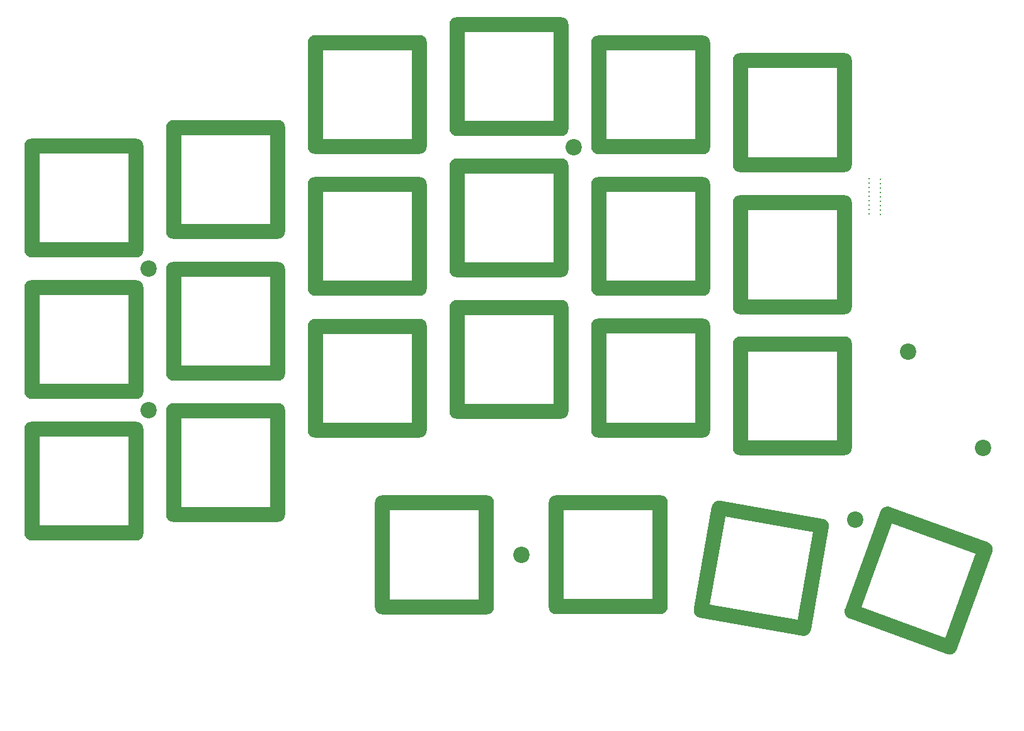
<source format=gbr>
%TF.GenerationSoftware,KiCad,Pcbnew,(5.1.10)-1*%
%TF.CreationDate,2021-08-29T08:27:15+09:00*%
%TF.ProjectId,top_pcb,746f705f-7063-4622-9e6b-696361645f70,rev?*%
%TF.SameCoordinates,Original*%
%TF.FileFunction,Soldermask,Bot*%
%TF.FilePolarity,Negative*%
%FSLAX46Y46*%
G04 Gerber Fmt 4.6, Leading zero omitted, Abs format (unit mm)*
G04 Created by KiCad (PCBNEW (5.1.10)-1) date 2021-08-29 08:27:15*
%MOMM*%
%LPD*%
G01*
G04 APERTURE LIST*
%ADD10O,16.000000X2.000000*%
%ADD11O,2.000000X16.000000*%
%ADD12C,0.300000*%
%ADD13C,2.200000*%
G04 APERTURE END LIST*
D10*
%TO.C,SW7*%
X65227200Y-35092400D03*
X65227200Y-21092400D03*
D11*
X72227200Y-28092400D03*
X58227200Y-28092400D03*
%TD*%
D12*
%TO.C,REF\u002A\u002A*%
X134180000Y-41840000D03*
X134180000Y-41246250D03*
X134180000Y-40652500D03*
X134180000Y-40058750D03*
X134180000Y-39465000D03*
X134180000Y-43621250D03*
X134180000Y-42433750D03*
X134180000Y-44215000D03*
X134180000Y-43027500D03*
%TD*%
%TO.C,REF\u002A\u002A*%
X132720000Y-42987500D03*
X132720000Y-44175000D03*
X132720000Y-42393750D03*
X132720000Y-43581250D03*
X132720000Y-39425000D03*
X132720000Y-40018750D03*
X132720000Y-40612500D03*
X132720000Y-41206250D03*
X132720000Y-41800000D03*
%TD*%
D13*
%TO.C,Ref\u002A\u002A*%
X148030000Y-75620000D03*
%TD*%
%TO.C,Ref\u002A\u002A*%
X137920000Y-62710000D03*
%TD*%
%TO.C,Ref4\u002A\u002A*%
X85979000Y-90017600D03*
%TD*%
%TO.C,Ref3\u002A\u002A*%
X130784200Y-85344000D03*
%TD*%
%TO.C,Ref7\u002A\u002A*%
X92960200Y-35179000D03*
%TD*%
%TO.C,Ref5\u002A\u002A*%
X35810200Y-70586600D03*
%TD*%
%TO.C,Ref6\u002A\u002A*%
X35835600Y-51562000D03*
%TD*%
D10*
%TO.C,SW10*%
X74244200Y-83042600D03*
X74244200Y-97042600D03*
D11*
X67244200Y-90042600D03*
X81244200Y-90042600D03*
%TD*%
%TO.C,SW22*%
G36*
G01*
X129432518Y-97339287D02*
X134220800Y-84183591D01*
G75*
G02*
X135502513Y-83585918I939693J-342020D01*
G01*
X135502513Y-83585918D01*
G75*
G02*
X136100186Y-84867631I-342020J-939693D01*
G01*
X131311904Y-98023327D01*
G75*
G02*
X130030191Y-98621000I-939693J342020D01*
G01*
X130030191Y-98621000D01*
G75*
G02*
X129432518Y-97339287I342020J939693D01*
G01*
G37*
G36*
G01*
X142588214Y-102127569D02*
X147376496Y-88971873D01*
G75*
G02*
X148658209Y-88374200I939693J-342020D01*
G01*
X148658209Y-88374200D01*
G75*
G02*
X149255882Y-89655913I-342020J-939693D01*
G01*
X144467600Y-102811609D01*
G75*
G02*
X143185887Y-103409282I-939693J342020D01*
G01*
X143185887Y-103409282D01*
G75*
G02*
X142588214Y-102127569I342020J939693D01*
G01*
G37*
G36*
G01*
X130714231Y-96741614D02*
X143869927Y-101529896D01*
G75*
G02*
X144467600Y-102811609I-342020J-939693D01*
G01*
X144467600Y-102811609D01*
G75*
G02*
X143185887Y-103409282I-939693J342020D01*
G01*
X130030191Y-98621000D01*
G75*
G02*
X129432518Y-97339287I342020J939693D01*
G01*
X129432518Y-97339287D01*
G75*
G02*
X130714231Y-96741614I939693J-342020D01*
G01*
G37*
G36*
G01*
X135502513Y-83585918D02*
X148658209Y-88374200D01*
G75*
G02*
X149255882Y-89655913I-342020J-939693D01*
G01*
X149255882Y-89655913D01*
G75*
G02*
X147974169Y-90253586I-939693J342020D01*
G01*
X134818473Y-85465304D01*
G75*
G02*
X134220800Y-84183591I342020J939693D01*
G01*
X134220800Y-84183591D01*
G75*
G02*
X135502513Y-83585918I939693J-342020D01*
G01*
G37*
%TD*%
D10*
%TO.C,SW9*%
X65227200Y-73294000D03*
X65227200Y-59294000D03*
D11*
X72227200Y-66294000D03*
X58227200Y-66294000D03*
%TD*%
D10*
%TO.C,SW4*%
X46177200Y-46522400D03*
X46177200Y-32522400D03*
D11*
X53177200Y-39522400D03*
X39177200Y-39522400D03*
%TD*%
D10*
%TO.C,SW21*%
X122377200Y-75656200D03*
X122377200Y-61656200D03*
D11*
X129377200Y-68656200D03*
X115377200Y-68656200D03*
%TD*%
D10*
%TO.C,SW13*%
X84277200Y-70754000D03*
X84277200Y-56754000D03*
D11*
X91277200Y-63754000D03*
X77277200Y-63754000D03*
%TD*%
D10*
%TO.C,SW16*%
X103327200Y-54167800D03*
X103327200Y-40167800D03*
D11*
X110327200Y-47167800D03*
X96327200Y-47167800D03*
%TD*%
D10*
%TO.C,SW8*%
X65227200Y-54167800D03*
X65227200Y-40167800D03*
D11*
X72227200Y-47167800D03*
X58227200Y-47167800D03*
%TD*%
D10*
%TO.C,SW5*%
X46177200Y-65597800D03*
X46177200Y-51597800D03*
D11*
X53177200Y-58597800D03*
X39177200Y-58597800D03*
%TD*%
D10*
%TO.C,SW12*%
X84277200Y-51704000D03*
X84277200Y-37704000D03*
D11*
X91277200Y-44704000D03*
X77277200Y-44704000D03*
%TD*%
D10*
%TO.C,SW14*%
X97612200Y-83017600D03*
X97612200Y-97017600D03*
D11*
X90612200Y-90017600D03*
X104612200Y-90017600D03*
%TD*%
D10*
%TO.C,SW11*%
X84277200Y-32679400D03*
X84277200Y-18679400D03*
D11*
X91277200Y-25679400D03*
X77277200Y-25679400D03*
%TD*%
D10*
%TO.C,SW19*%
X122377200Y-37530800D03*
X122377200Y-23530800D03*
D11*
X129377200Y-30530800D03*
X115377200Y-30530800D03*
%TD*%
D10*
%TO.C,SW15*%
X103327200Y-35117800D03*
X103327200Y-21117800D03*
D11*
X110327200Y-28117800D03*
X96327200Y-28117800D03*
%TD*%
D10*
%TO.C,SW20*%
X122377200Y-56657000D03*
X122377200Y-42657000D03*
D11*
X129377200Y-49657000D03*
X115377200Y-49657000D03*
%TD*%
D10*
%TO.C,SW17*%
X103327200Y-73243200D03*
X103327200Y-59243200D03*
D11*
X110327200Y-66243200D03*
X96327200Y-66243200D03*
%TD*%
D10*
%TO.C,SW6*%
X46177200Y-84622400D03*
X46177200Y-70622400D03*
D11*
X53177200Y-77622400D03*
X39177200Y-77622400D03*
%TD*%
%TO.C,SW18*%
G36*
G01*
X112706731Y-82752601D02*
X126494039Y-85183675D01*
G75*
G02*
X127305199Y-86342131I-173648J-984808D01*
G01*
X127305199Y-86342131D01*
G75*
G02*
X126146743Y-87153291I-984808J173648D01*
G01*
X112359435Y-84722217D01*
G75*
G02*
X111548275Y-83563761I173648J984808D01*
G01*
X111548275Y-83563761D01*
G75*
G02*
X112706731Y-82752601I984808J-173648D01*
G01*
G37*
G36*
G01*
X110275657Y-96539909D02*
X124062965Y-98970983D01*
G75*
G02*
X124874125Y-100129439I-173648J-984808D01*
G01*
X124874125Y-100129439D01*
G75*
G02*
X123715669Y-100940599I-984808J173648D01*
G01*
X109928361Y-98509525D01*
G75*
G02*
X109117201Y-97351069I173648J984808D01*
G01*
X109117201Y-97351069D01*
G75*
G02*
X110275657Y-96539909I984808J-173648D01*
G01*
G37*
G36*
G01*
X113517891Y-83911057D02*
X111086817Y-97698365D01*
G75*
G02*
X109928361Y-98509525I-984808J173648D01*
G01*
X109928361Y-98509525D01*
G75*
G02*
X109117201Y-97351069I173648J984808D01*
G01*
X111548275Y-83563761D01*
G75*
G02*
X112706731Y-82752601I984808J-173648D01*
G01*
X112706731Y-82752601D01*
G75*
G02*
X113517891Y-83911057I-173648J-984808D01*
G01*
G37*
G36*
G01*
X127305199Y-86342131D02*
X124874125Y-100129439D01*
G75*
G02*
X123715669Y-100940599I-984808J173648D01*
G01*
X123715669Y-100940599D01*
G75*
G02*
X122904509Y-99782143I173648J984808D01*
G01*
X125335583Y-85994835D01*
G75*
G02*
X126494039Y-85183675I984808J-173648D01*
G01*
X126494039Y-85183675D01*
G75*
G02*
X127305199Y-86342131I-173648J-984808D01*
G01*
G37*
%TD*%
D10*
%TO.C,SW3*%
X27127200Y-87111600D03*
X27127200Y-73111600D03*
D11*
X34127200Y-80111600D03*
X20127200Y-80111600D03*
%TD*%
D10*
%TO.C,SW2*%
X27127200Y-68061600D03*
X27127200Y-54061600D03*
D11*
X34127200Y-61061600D03*
X20127200Y-61061600D03*
%TD*%
D10*
%TO.C,SW1*%
X27127200Y-49011600D03*
X27127200Y-35011600D03*
D11*
X34127200Y-42011600D03*
X20127200Y-42011600D03*
%TD*%
M02*

</source>
